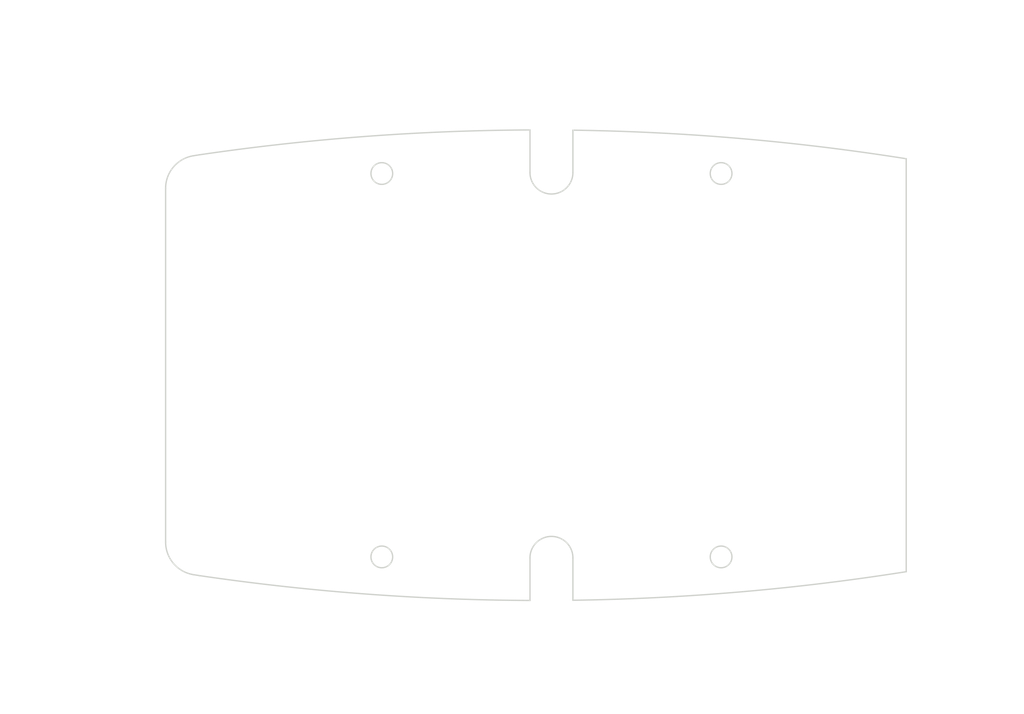
<source format=kicad_pcb>
(kicad_pcb (version 20221018) (generator pcbnew)

  (general
    (thickness 1.6)
  )

  (paper "A4")
  (layers
    (0 "F.Cu" signal)
    (31 "B.Cu" signal)
    (32 "B.Adhes" user "B.Adhesive")
    (33 "F.Adhes" user "F.Adhesive")
    (34 "B.Paste" user)
    (35 "F.Paste" user)
    (36 "B.SilkS" user "B.Silkscreen")
    (37 "F.SilkS" user "F.Silkscreen")
    (38 "B.Mask" user)
    (39 "F.Mask" user)
    (40 "Dwgs.User" user "User.Drawings")
    (41 "Cmts.User" user "User.Comments")
    (42 "Eco1.User" user "User.Eco1")
    (43 "Eco2.User" user "User.Eco2")
    (44 "Edge.Cuts" user)
    (45 "Margin" user)
    (46 "B.CrtYd" user "B.Courtyard")
    (47 "F.CrtYd" user "F.Courtyard")
    (48 "B.Fab" user)
    (49 "F.Fab" user)
  )

  (setup
    (pad_to_mask_clearance 0.051)
    (solder_mask_min_width 0.25)
    (pcbplotparams
      (layerselection 0x00010fc_ffffffff)
      (plot_on_all_layers_selection 0x0000000_00000000)
      (disableapertmacros false)
      (usegerberextensions false)
      (usegerberattributes false)
      (usegerberadvancedattributes false)
      (creategerberjobfile false)
      (dashed_line_dash_ratio 12.000000)
      (dashed_line_gap_ratio 3.000000)
      (svgprecision 4)
      (plotframeref false)
      (viasonmask false)
      (mode 1)
      (useauxorigin false)
      (hpglpennumber 1)
      (hpglpenspeed 20)
      (hpglpendiameter 15.000000)
      (dxfpolygonmode true)
      (dxfimperialunits true)
      (dxfusepcbnewfont true)
      (psnegative false)
      (psa4output false)
      (plotreference true)
      (plotvalue true)
      (plotinvisibletext false)
      (sketchpadsonfab false)
      (subtractmaskfromsilk false)
      (outputformat 1)
      (mirror false)
      (drillshape 1)
      (scaleselection 1)
      (outputdirectory "")
    )
  )

  (net 0 "")

  (gr_line (start 76.237988 47.414298) (end 82.710903 47.414298)
    (stroke (width 0.2) (type solid)) (layer "Dwgs.User") (tstamp 01e2fce8-9ebd-4c92-aeb3-04f807777e31))
  (gr_line (start 140.49171 64.40999) (end 140.49171 92.03573)
    (stroke (width 0.2) (type solid)) (layer "Dwgs.User") (tstamp 16bd479f-c687-42f4-948a-c07bc206c81b))
  (gr_line (start 148.825043 120.359818) (end 148.825043 142.097301)
    (stroke (width 0.2) (type solid)) (layer "Dwgs.User") (tstamp 19c432e1-beda-4786-921a-e1b1b894794d))
  (gr_line (start 150.49171 139.451467) (end 171.111687 139.451467)
    (stroke (width 0.2) (type solid)) (layer "Dwgs.User") (tstamp 1bb7b326-6276-4547-8468-dac2aa40b791))
  (gr_line (start 201.102742 59.873007) (end 201.102742 49.727174)
    (stroke (width 0.2) (type solid)) (layer "Dwgs.User") (tstamp 1df8f43b-2474-4665-956e-72135a6e8160))
  (gr_line (start 77.328985 124.13649) (end 77.328985 103.312703)
    (stroke (width 0.2) (type solid)) (layer "Dwgs.User") (tstamp 24400919-7959-43b6-9649-12bf34593855))
  (gr_line (start 82.710903 47.414298) (end 92.749721 59.973182)
    (stroke (width 0.2) (type solid)) (layer "Dwgs.User") (tstamp 24c31962-89ae-475c-a452-63321bf5b80c))
  (gr_line (start 123.825043 62.051571) (end 123.825043 48.721968)
    (stroke (width 0.2) (type solid)) (layer "Dwgs.User") (tstamp 25518ba0-c4b8-4a78-afc0-cef55db375e2))
  (gr_line (start 214.525997 119.896801) (end 214.525997 101.028079)
    (stroke (width 0.2) (type solid)) (layer "Dwgs.User") (tstamp 2911a76e-7636-4ad5-ae29-40353f353b6b))
  (gr_line (start 173.825043 62.051571) (end 173.825043 48.721968)
    (stroke (width 0.2) (type solid)) (layer "Dwgs.User") (tstamp 2f14b916-ff60-491e-be12-4db6118e54a6))
  (gr_line (start 201.936075 121.563468) (end 217.17183 121.563468)
    (stroke (width 0.2) (type solid)) (layer "Dwgs.User") (tstamp 3467ce62-0057-4aa4-95c3-7658c19f585d))
  (gr_line (start 175.49171 52.373007) (end 183.611687 52.373007)
    (stroke (width 0.2) (type solid)) (layer "Dwgs.User") (tstamp 34ce8234-ccfe-4f99-9d7b-eed9dbaa57f7))
  (gr_line (start 84.299764 120.471066) (end 84.299764 87.162002)
    (stroke (width 0.2) (type solid)) (layer "Dwgs.User") (tstamp 49a18f66-cb1a-477a-ab14-133995958c4d))
  (gr_line (start 144.828985 125.803156) (end 74.683152 125.803156)
    (stroke (width 0.2) (type solid)) (layer "Dwgs.User") (tstamp 4c3bc74d-1d01-4ed9-a109-c7cd15a1caa3))
  (gr_line (start 199.436075 139.451467) (end 178.816098 139.451467)
    (stroke (width 0.2) (type solid)) (layer "Dwgs.User") (tstamp 5025ac1f-d39b-459f-bd88-9b07ca60cc1f))
  (gr_line (start 199.436075 52.373007) (end 191.316098 52.373007)
    (stroke (width 0.2) (type solid)) (layer "Dwgs.User") (tstamp 555342a9-7772-40ce-ae74-1370a354bf74))
  (gr_line (start 96.090057 122.137733) (end 81.65393 122.137733)
    (stroke (width 0.2) (type solid)) (layer "Dwgs.User") (tstamp 57426b44-ffab-4645-864b-79193bf24aa9))
  (gr_line (start 174.658377 119.384904) (end 209.831806 119.384904)
    (stroke (width 0.2) (type solid)) (layer "Dwgs.User") (tstamp 5ad795fb-4287-4b02-b21a-89d21af6e967))
  (gr_line (start 174.658377 62.884904) (end 209.831806 62.884904)
    (stroke (width 0.2) (type solid)) (layer "Dwgs.User") (tstamp 5b651d0e-e942-4631-a7de-7be884af48b0))
  (gr_line (start 93.631393 139.451467) (end 119.115639 139.451467)
    (stroke (width 0.2) (type solid)) (layer "Dwgs.User") (tstamp 64d6c29c-1aad-471c-bfd2-450616a075b7))
  (gr_line (start 96.048596 121.996164) (end 96.92339 122.137733)
    (stroke (width 0.2) (type solid)) (layer "Dwgs.User") (tstamp 6c02b23f-ed92-446f-b45e-0bdaac8be9f0))
  (gr_line (start 91.964726 118.031601) (end 91.964726 142.097301)
    (stroke (width 0.2) (type solid)) (layer "Dwgs.User") (tstamp 7041983b-0257-4060-aa3e-40f6ee32813d))
  (gr_line (start 162.328378 107.349441) (end 155.855463 107.349441)
    (stroke (width 0.2) (type solid)) (layer "Dwgs.User") (tstamp 75089ec9-ee38-452f-a4f2-1cde2a920532))
  (gr_line (start 95.215262 60.273644) (end 81.65393 60.273644)
    (stroke (width 0.2) (type solid)) (layer "Dwgs.User") (tstamp 79f2cd69-b86e-422f-bd8b-27c7a9dabd64))
  (gr_line (start 84.299764 61.940311) (end 84.299764 80.657227)
    (stroke (width 0.2) (type solid)) (layer "Dwgs.User") (tstamp 84a58528-a9b3-42a0-b8b1-64fd8d39807a))
  (gr_line (start 147.99171 62.743324) (end 137.845877 62.743324)
    (stroke (width 0.2) (type solid)) (layer "Dwgs.User") (tstamp 8ab6a12d-dd0d-4b84-830b-5a4652526dcb))
  (gr_line (start 125.49171 51.367801) (end 144.977385 51.367801)
    (stroke (width 0.2) (type solid)) (layer "Dwgs.User") (tstamp 9095d4eb-f283-4e6c-8a97-a8232df24e2b))
  (gr_line (start 155.855463 107.349441) (end 151.239739 115.344109)
    (stroke (width 0.2) (type solid)) (layer "Dwgs.User") (tstamp a031baa7-4cab-49b9-a136-69901e25dea2))
  (gr_line (start 173.825043 119.459904) (end 173.825043 119.309904)
    (stroke (width 0.2) (type solid)) (layer "Dwgs.User") (tstamp a21fda1b-4147-4494-9372-78cee7811e31))
  (gr_line (start 108.275225 40.174955) (end 116.590305 40.174955)
    (stroke (width 0.2) (type solid)) (layer "Dwgs.User") (tstamp a4e5b010-9a6e-485c-93b2-c0ed62a87d5d))
  (gr_line (start 207.185973 117.718237) (end 207.185973 94.387292)
    (stroke (width 0.2) (type solid)) (layer "Dwgs.User") (tstamp a67490a3-858b-458a-a7ba-eca906851e37))
  (gr_line (start 214.525997 62.373007) (end 214.525997 94.523304)
    (stroke (width 0.2) (type solid)) (layer "Dwgs.User") (tstamp af784fa7-e988-4c57-aa3d-45b027d592ac))
  (gr_line (start 147.158377 139.451467) (end 126.815502 139.451467)
    (stroke (width 0.2) (type solid)) (layer "Dwgs.User") (tstamp c0e320cd-4f24-4d9e-8685-86f50721cc9d))
  (gr_line (start 201.936075 60.70634) (end 217.17183 60.70634)
    (stroke (width 0.2) (type solid)) (layer "Dwgs.User") (tstamp c0fe896e-9d62-4d21-a236-01ec750fce8b))
  (gr_line (start 172.158377 51.367801) (end 152.672701 51.367801)
    (stroke (width 0.2) (type solid)) (layer "Dwgs.User") (tstamp c94f19e3-5bf2-44bf-bf7f-d3bdb375653b))
  (gr_line (start 144.828985 56.466652) (end 74.683152 56.466652)
    (stroke (width 0.2) (type solid)) (layer "Dwgs.User") (tstamp ca78e8f0-dd26-4fb7-8ea6-1250631f6560))
  (gr_line (start 140.49171 117.859818) (end 140.49171 98.540504)
    (stroke (width 0.2) (type solid)) (layer "Dwgs.User") (tstamp cbaf2778-c360-4909-b4ab-c813132cca2b))
  (gr_line (start 173.825043 62.051571) (end 173.825043 49.727174)
    (stroke (width 0.2) (type solid)) (layer "Dwgs.User") (tstamp d13db7fd-1fc8-481b-8644-f6045397fc87))
  (gr_line (start 77.328985 58.133319) (end 77.328985 96.806791)
    (stroke (width 0.2) (type solid)) (layer "Dwgs.User") (tstamp d575f64e-c103-4d8c-86ca-4c6504dfff57))
  (gr_line (start 207.185973 64.551571) (end 207.185973 87.882517)
    (stroke (width 0.2) (type solid)) (layer "Dwgs.User") (tstamp d674481a-0e4a-4b1b-b187-17166b24101e))
  (gr_line (start 116.590305 40.174955) (end 117.928871 56.027558)
    (stroke (width 0.2) (type solid)) (layer "Dwgs.User") (tstamp d90822e2-6fe8-4e28-a9d3-2c3881dcd29a))
  (gr_line (start 201.102742 122.396801) (end 201.102742 142.097301)
    (stroke (width 0.2) (type solid)) (layer "Dwgs.User") (tstamp da03205e-49da-4558-af79-d2b990e30719))
  (gr_line (start 173.750043 119.384904) (end 173.900043 119.384904)
    (stroke (width 0.2) (type solid)) (layer "Dwgs.User") (tstamp ed59deb9-1116-47ac-90c5-32932beffa7d))
  (gr_line (start 147.99171 119.526485) (end 137.845877 119.526485)
    (stroke (width 0.2) (type solid)) (layer "Dwgs.User") (tstamp f91b57bc-e86f-4999-af80-e46fe65763a9))
  (gr_line (start 148.825043 120.359818) (end 148.825043 142.097301)
    (stroke (width 0.2) (type solid)) (layer "Dwgs.User") (tstamp fd9c4265-320b-43da-b435-dafa5de056c1))
  (gr_line (start 151.987768 56.497679) (end 151.987768 62.743324)
    (stroke (width 0.2) (type solid)) (layer "Edge.Cuts") (tstamp 16f2cf4d-1255-429a-b4c4-264318f98841))
  (gr_line (start 145.662319 125.803156) (end 145.662319 119.526485)
    (stroke (width 0.2) (type solid)) (layer "Edge.Cuts") (tstamp 19ada5ae-506e-4004-bcb5-5ab7b47fff2f))
  (gr_arc (start 96.92339 60.132075) (mid 121.227938 57.436176) (end 145.662319 56.466652)
    (stroke (width 0.2) (type solid)) (layer "Edge.Cuts") (tstamp 221e9791-d474-4f5c-9551-a698e34c9bb7))
  (gr_line (start 201.102742 121.563468) (end 201.102742 60.70634)
    (stroke (width 0.2) (type solid)) (layer "Edge.Cuts") (tstamp 2c4a524a-49c7-4f8a-bb8b-8d50821cd93c))
  (gr_arc (start 96.048595 121.996164) (mid 93.123931 120.348577) (end 91.964726 117.198268)
    (stroke (width 0.2) (type solid)) (layer "Edge.Cuts") (tstamp 44b4ae44-14f0-4187-9e58-97cdbef7a4d4))
  (gr_line (start 145.662319 62.743324) (end 145.662319 56.466652)
    (stroke (width 0.2) (type solid)) (layer "Edge.Cuts") (tstamp 45c89f73-1fac-4990-9874-8e02dba8fe4d))
  (gr_line (start 91.964726 65.07154) (end 91.964726 117.198268)
    (stroke (width 0.2) (type solid)) (layer "Edge.Cuts") (tstamp 4d82e877-20a2-4626-8efc-d999800ee265))
  (gr_arc (start 145.662318 119.526485) (mid 148.825043 116.36376) (end 151.987768 119.526485)
    (stroke (width 0.2) (type solid)) (layer "Edge.Cuts") (tstamp 525eb875-5336-4aab-9d86-7917bf424c47))
  (gr_arc (start 151.987767 62.743324) (mid 148.825043 65.906048) (end 145.662319 62.743324)
    (stroke (width 0.2) (type solid)) (layer "Edge.Cuts") (tstamp 533bd166-3785-49a3-8d58-3e5f85d0b555))
  (gr_arc (start 151.987769 56.497678) (mid 176.620432 57.724697) (end 201.102742 60.70634)
    (stroke (width 0.2) (type solid)) (layer "Edge.Cuts") (tstamp 59550510-1b3e-4a6f-b56b-599e4f1cffb3))
  (gr_line (start 151.987768 119.526485) (end 151.987768 125.77213)
    (stroke (width 0.2) (type solid)) (layer "Edge.Cuts") (tstamp 9030e558-6c9c-4f2d-8192-1266a2fc787a))
  (gr_circle (center 123.825043 119.384904) (end 125.425043 119.384904)
    (stroke (width 0.2) (type solid)) (fill none) (layer "Edge.Cuts") (tstamp b12881a1-3cd1-4905-b87c-b3ae24bae5c5))
  (gr_circle (center 173.825043 62.884904) (end 175.425043 62.884904)
    (stroke (width 0.2) (type solid)) (fill none) (layer "Edge.Cuts") (tstamp ba7463e2-2927-4a77-88bf-73a52b8ad594))
  (gr_circle (center 123.825043 62.884904) (end 125.425043 62.884904)
    (stroke (width 0.2) (type solid)) (fill none) (layer "Edge.Cuts") (tstamp cf20efbd-3ecb-43df-97b2-357a16e0787b))
  (gr_arc (start 145.662319 125.803156) (mid 121.227938 124.833632) (end 96.92339 122.137733)
    (stroke (width 0.2) (type solid)) (layer "Edge.Cuts") (tstamp daeba9bc-c2c2-4578-99c7-d47123a8b3b9))
  (gr_line (start 96.048596 121.996164) (end 96.92339 122.137733)
    (stroke (width 0.2) (type solid)) (layer "Edge.Cuts") (tstamp de89ee75-aaa1-4ea7-a3c3-44effe25afb3))
  (gr_arc (start 91.964727 65.071539) (mid 93.123932 61.921231) (end 96.048596 60.273644)
    (stroke (width 0.2) (type solid)) (layer "Edge.Cuts") (tstamp e17d1c12-24c4-4174-a4c5-616997b6e859))
  (gr_circle (center 173.825043 119.384904) (end 175.425043 119.384904)
    (stroke (width 0.2) (type solid)) (fill none) (layer "Edge.Cuts") (tstamp f4ffea3c-7ac9-41b3-8424-2fe7227bac00))
  (gr_arc (start 201.102742 121.563468) (mid 176.620432 124.545111) (end 151.987768 125.77213)
    (stroke (width 0.2) (type solid)) (layer "Edge.Cuts") (tstamp f726e5a4-fc7a-478e-93f4-155090f9afcc))
  (gr_line (start 96.92339 60.132075) (end 96.048596 60.273644)
    (stroke (width 0.2) (type solid)) (layer "Edge.Cuts") (tstamp ffacd129-a1a4-4aa5-a15e-25307d472235))
  (gr_text " 52.28" (at 174.963893 137.933846) (layer "Dwgs.User") (tstamp 00e9bc19-1441-408d-bae8-3c806d058ecf)
    (effects (font (size 1.666666 1.499999) (thickness 0.208333)))
  )
  (gr_text " 60.86" (at 214.525997 96.25807) (layer "Dwgs.User") (tstamp 0f0c0de0-ebe8-44e2-a154-cbe56be23e72)
    (effects (font (size 1.666666 1.499999) (thickness 0.208333)))
  )
  (gr_text " 56.78" (at 140.49171 93.770495) (layer "Dwgs.User") (tstamp 1ddb08eb-6272-4921-b0a4-f3faf3243ca6)
    (effects (font (size 1.666666 1.499999) (thickness 0.208333)))
  )
  (gr_text "[2.73]" (at 77.328985 101.794513) (layer "Dwgs.User") (tstamp 20a09abd-78cf-4dc9-a533-cc144fe5cda0)
    (effects (font (size 1.666666 1.499999) (thickness 0.208333)))
  )
  (gr_text "[R0.19]" (at 71.972526 49.149064) (layer "Dwgs.User") (tstamp 224b952b-e295-412d-b32e-cad4757bde5f)
    (effects (font (size 1.666666 1.499999) (thickness 0.208333)))
  )
  (gr_text " R4.86" (at 71.972526 45.896676) (layer "Dwgs.User") (tstamp 2428ca4c-27d3-42c8-9031-255c256668d3)
    (effects (font (size 1.666666 1.499999) (thickness 0.208333)))
  )
  (gr_text " R3.16" (at 166.593839 105.831251) (layer "Dwgs.User") (tstamp 2e90649d-5994-4489-87b9-f88e9a9df301)
    (effects (font (size 1.666666 1.499999) (thickness 0.208333)))
  )
  (gr_text "[2.24]" (at 122.96557 141.186233) (layer "Dwgs.User") (tstamp 336246e5-acd6-4341-876c-2bd9a79fcec5)
    (effects (font (size 1.666666 1.499999) (thickness 0.208333)))
  )
  (gr_text " 50.00" (at 148.825043 49.850179) (layer "Dwgs.User") (tstamp 4ae69cb7-e0df-4d10-a3f1-ec8c8829b674)
    (effects (font (size 1.666666 1.499999) (thickness 0.208333)))
  )
  (gr_text "[2.24]" (at 140.49171 97.022883) (layer "Dwgs.User") (tstamp 4d3fbe82-74e1-4d9e-b76f-47efa6631a5a)
    (effects (font (size 1.666666 1.499999) (thickness 0.208333)))
  )
  (gr_text "[1.07]" (at 187.463893 54.107773) (layer "Dwgs.User") (tstamp 5d6b88a6-6c7f-40df-86c0-2ecb9a61966e)
    (effects (font (size 1.666666 1.499999) (thickness 0.208333)))
  )
  (gr_text "[R0.12]" (at 166.593839 109.084207) (layer "Dwgs.User") (tstamp 6f2d16bc-5961-4169-a542-31368816b299)
    (effects (font (size 1.666666 1.499999) (thickness 0.208333)))
  )
  (gr_text "[2.40]" (at 214.525997 99.510458) (layer "Dwgs.User") (tstamp 6f6a2666-b9d5-4166-967d-f40a3868fcea)
    (effects (font (size 1.666666 1.499999) (thickness 0.208333)))
  )
  (gr_text " 27.28" (at 187.463893 50.855385) (layer "Dwgs.User") (tstamp 82faa3a3-2fda-4fcf-8f29-28f2d55d441e)
    (effects (font (size 1.666666 1.499999) (thickness 0.208333)))
  )
  (gr_text "[2.44]" (at 84.299764 85.644381) (layer "Dwgs.User") (tstamp 96cefc1e-eecf-463d-ae89-be44219a2d6a)
    (effects (font (size 1.666666 1.499999) (thickness 0.208333)))
  )
  (gr_text " R345.40" (at 102.93939 38.656765) (layer "Dwgs.User") (tstamp 9b0b0a29-3be9-439c-887f-28a66f571a6f)
    (effects (font (size 1.666666 1.499999) (thickness 0.208333)))
  )
  (gr_text "[R13.60]" (at 102.93939 41.909721) (layer "Dwgs.User") (tstamp a528f107-21e4-4ff4-8e1d-0c29c8b101d8)
    (effects (font (size 1.666666 1.499999) (thickness 0.208333)))
  )
  (gr_text " 69.34" (at 77.328985 98.541557) (layer "Dwgs.User") (tstamp ab4d040d-b35f-4547-98e1-ffb6aa5e8ce1)
    (effects (font (size 1.666666 1.499999) (thickness 0.208333)))
  )
  (gr_text " 56.86" (at 122.96557 137.933846) (layer "Dwgs.User") (tstamp be4f97c6-cf2a-4074-931e-3adae4a9dadc)
    (effects (font (size 1.666666 1.499999) (thickness 0.208333)))
  )
  (gr_text " 61.86" (at 84.299764 82.391993) (layer "Dwgs.User") (tstamp cd2e2076-cb71-4377-9f71-3d07e273bde9)
    (effects (font (size 1.666666 1.499999) (thickness 0.208333)))
  )
  (gr_text "[1.97]" (at 148.825043 53.102567) (layer "Dwgs.User") (tstamp e289eebc-a16f-40d1-81ce-3fe684021c4b)
    (effects (font (size 1.666666 1.499999) (thickness 0.208333)))
  )
  (gr_text "[2.22]" (at 207.185973 92.86967) (layer "Dwgs.User") (tstamp e64a21a2-d4a1-4aef-b8b6-5ee47a1a606f)
    (effects (font (size 1.666666 1.499999) (thickness 0.208333)))
  )
  (gr_text "[2.06]" (at 174.963893 141.186233) (layer "Dwgs.User") (tstamp ed6971a3-888a-4eef-937b-0564f3dc54c1)
    (effects (font (size 1.666666 1.499999) (thickness 0.208333)))
  )
  (gr_text " 56.50" (at 207.185973 89.617282) (layer "Dwgs.User") (tstamp f6605828-3a02-4eef-be68-2083926c7ec6)
    (effects (font (size 1.666666 1.499999) (thickness 0.208333)))
  )

)

</source>
